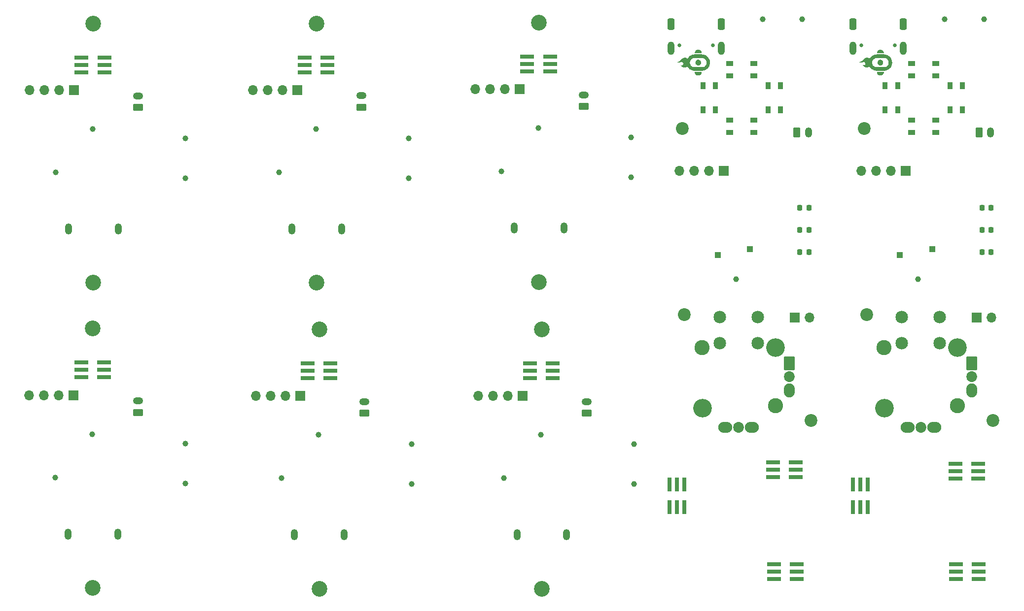
<source format=gbr>
%TF.GenerationSoftware,KiCad,Pcbnew,8.0.5*%
%TF.CreationDate,2025-01-24T10:40:51+05:30*%
%TF.ProjectId,racer_panelizatio_version2_,72616365-725f-4706-916e-656c697a6174,rev?*%
%TF.SameCoordinates,Original*%
%TF.FileFunction,Soldermask,Bot*%
%TF.FilePolarity,Negative*%
%FSLAX46Y46*%
G04 Gerber Fmt 4.6, Leading zero omitted, Abs format (unit mm)*
G04 Created by KiCad (PCBNEW 8.0.5) date 2025-01-24 10:40:51*
%MOMM*%
%LPD*%
G01*
G04 APERTURE LIST*
G04 Aperture macros list*
%AMRoundRect*
0 Rectangle with rounded corners*
0 $1 Rounding radius*
0 $2 $3 $4 $5 $6 $7 $8 $9 X,Y pos of 4 corners*
0 Add a 4 corners polygon primitive as box body*
4,1,4,$2,$3,$4,$5,$6,$7,$8,$9,$2,$3,0*
0 Add four circle primitives for the rounded corners*
1,1,$1+$1,$2,$3*
1,1,$1+$1,$4,$5*
1,1,$1+$1,$6,$7*
1,1,$1+$1,$8,$9*
0 Add four rect primitives between the rounded corners*
20,1,$1+$1,$2,$3,$4,$5,0*
20,1,$1+$1,$4,$5,$6,$7,0*
20,1,$1+$1,$6,$7,$8,$9,0*
20,1,$1+$1,$8,$9,$2,$3,0*%
G04 Aperture macros list end*
%ADD10C,0.000000*%
%ADD11C,0.650000*%
%ADD12O,1.204000X2.304000*%
%ADD13RoundRect,0.301000X0.301000X0.701000X-0.301000X0.701000X-0.301000X-0.701000X0.301000X-0.701000X0*%
%ADD14C,2.700000*%
%ADD15R,1.700000X1.700000*%
%ADD16O,1.700000X1.700000*%
%ADD17C,2.200000*%
%ADD18RoundRect,0.250000X-0.350000X-0.625000X0.350000X-0.625000X0.350000X0.625000X-0.350000X0.625000X0*%
%ADD19O,1.200000X1.750000*%
%ADD20C,1.000000*%
%ADD21O,1.204000X1.904000*%
%ADD22RoundRect,0.250000X0.625000X-0.350000X0.625000X0.350000X-0.625000X0.350000X-0.625000X-0.350000X0*%
%ADD23O,1.750000X1.200000*%
%ADD24RoundRect,0.102000X-0.325000X0.525000X-0.325000X-0.525000X0.325000X-0.525000X0.325000X0.525000X0*%
%ADD25R,1.000000X1.000000*%
%ADD26R,2.400000X0.740000*%
%ADD27RoundRect,0.225000X-0.225000X-0.250000X0.225000X-0.250000X0.225000X0.250000X-0.225000X0.250000X0*%
%ADD28RoundRect,0.102000X-0.525000X-0.325000X0.525000X-0.325000X0.525000X0.325000X-0.525000X0.325000X0*%
%ADD29R,0.740000X2.400000*%
%ADD30O,3.204000X3.204000*%
%ADD31C,2.154000*%
%ADD32C,2.604000*%
%ADD33RoundRect,0.102000X-0.825000X-1.100000X0.825000X-1.100000X0.825000X1.100000X-0.825000X1.100000X0*%
%ADD34C,1.854000*%
%ADD35O,1.854000X2.404000*%
%ADD36O,2.404000X1.854000*%
%ADD37RoundRect,0.102000X0.325000X-0.525000X0.325000X0.525000X-0.325000X0.525000X-0.325000X-0.525000X0*%
G04 APERTURE END LIST*
D10*
%TO.C,G\u002A\u002A\u002A*%
G36*
X149975487Y-49403482D02*
G01*
X149973401Y-49439813D01*
X149961092Y-49507303D01*
X149938992Y-49577100D01*
X149908544Y-49645012D01*
X149871187Y-49706851D01*
X149834999Y-49753467D01*
X149769160Y-49819413D01*
X149695022Y-49873776D01*
X149613976Y-49915883D01*
X149527412Y-49945063D01*
X149436719Y-49960644D01*
X149343288Y-49961955D01*
X149316882Y-49959870D01*
X149251302Y-49950159D01*
X149190780Y-49933273D01*
X149128617Y-49907515D01*
X149047062Y-49861534D01*
X148973412Y-49803834D01*
X148910604Y-49736353D01*
X148859341Y-49659982D01*
X148820324Y-49575608D01*
X148794256Y-49484123D01*
X148790002Y-49460307D01*
X148785583Y-49426989D01*
X148783588Y-49399732D01*
X148782883Y-49364100D01*
X149975618Y-49364100D01*
X149975487Y-49403482D01*
G37*
G36*
X149432110Y-45491298D02*
G01*
X149519580Y-45506210D01*
X149604610Y-45533497D01*
X149684779Y-45572277D01*
X149757668Y-45621664D01*
X149820855Y-45680775D01*
X149825902Y-45686506D01*
X149854183Y-45722742D01*
X149883497Y-45765919D01*
X149910055Y-45810177D01*
X149930069Y-45849658D01*
X149940255Y-45875770D01*
X149953746Y-45919564D01*
X149964984Y-45966336D01*
X149972686Y-46010526D01*
X149975565Y-46046572D01*
X149975618Y-46085954D01*
X148782883Y-46085954D01*
X148782883Y-46055632D01*
X148782889Y-46054651D01*
X148784626Y-46031406D01*
X148788863Y-46000365D01*
X148794729Y-45967962D01*
X148796589Y-45959269D01*
X148823858Y-45869413D01*
X148863723Y-45786598D01*
X148915112Y-45711820D01*
X148976951Y-45646072D01*
X149048166Y-45590349D01*
X149127684Y-45545644D01*
X149214432Y-45512952D01*
X149307335Y-45493267D01*
X149344622Y-45489645D01*
X149432110Y-45491298D01*
G37*
G36*
X149448680Y-47239165D02*
G01*
X149518028Y-47252972D01*
X149563563Y-47269083D01*
X149636405Y-47306955D01*
X149702508Y-47356855D01*
X149760315Y-47417302D01*
X149808267Y-47486811D01*
X149844808Y-47563903D01*
X149851662Y-47582716D01*
X149858158Y-47603962D01*
X149862369Y-47625019D01*
X149864803Y-47649683D01*
X149865968Y-47681753D01*
X149866373Y-47725027D01*
X149866386Y-47757205D01*
X149865749Y-47792255D01*
X149863929Y-47818782D01*
X149860460Y-47840570D01*
X149854877Y-47861404D01*
X149846715Y-47885068D01*
X149842718Y-47895768D01*
X149812707Y-47961595D01*
X149775404Y-48018950D01*
X149727413Y-48073189D01*
X149720104Y-48080390D01*
X149665446Y-48126976D01*
X149606966Y-48163165D01*
X149539291Y-48192363D01*
X149527836Y-48196423D01*
X149505036Y-48203495D01*
X149483124Y-48208124D01*
X149458129Y-48210821D01*
X149426078Y-48212096D01*
X149383001Y-48212461D01*
X149377615Y-48212466D01*
X149334630Y-48212071D01*
X149302107Y-48210547D01*
X149275956Y-48207423D01*
X149252084Y-48202230D01*
X149226402Y-48194501D01*
X149195666Y-48183047D01*
X149126370Y-48146731D01*
X149062512Y-48098854D01*
X149005997Y-48041518D01*
X148958731Y-47976828D01*
X148922619Y-47906887D01*
X148899569Y-47833798D01*
X148896041Y-47815775D01*
X148888444Y-47731927D01*
X148894865Y-47649632D01*
X148914519Y-47570430D01*
X148946624Y-47495864D01*
X148990395Y-47427473D01*
X149045049Y-47366800D01*
X149109801Y-47315386D01*
X149183867Y-47274773D01*
X149225693Y-47259160D01*
X149297731Y-47242571D01*
X149373654Y-47235802D01*
X149448680Y-47239165D01*
G37*
G36*
X149205426Y-46319724D02*
G01*
X149328937Y-46320128D01*
X149466444Y-46320758D01*
X149503054Y-46320940D01*
X149618849Y-46321525D01*
X149721044Y-46322096D01*
X149810722Y-46322708D01*
X149888967Y-46323420D01*
X149956864Y-46324287D01*
X150015498Y-46325367D01*
X150065952Y-46326716D01*
X150109311Y-46328391D01*
X150146660Y-46330449D01*
X150179082Y-46332947D01*
X150207662Y-46335941D01*
X150233484Y-46339488D01*
X150257633Y-46343645D01*
X150281193Y-46348469D01*
X150305248Y-46354017D01*
X150330883Y-46360345D01*
X150359182Y-46367510D01*
X150423303Y-46385538D01*
X150528373Y-46423242D01*
X150635766Y-46472211D01*
X150639811Y-46474246D01*
X150764106Y-46545302D01*
X150879596Y-46628073D01*
X150985621Y-46721690D01*
X151081523Y-46825283D01*
X151166643Y-46937983D01*
X151240323Y-47058922D01*
X151301904Y-47187230D01*
X151350727Y-47322037D01*
X151386134Y-47462475D01*
X151387660Y-47470400D01*
X151397357Y-47536830D01*
X151403965Y-47612705D01*
X151407371Y-47693385D01*
X151407462Y-47774230D01*
X151404125Y-47850598D01*
X151397247Y-47917848D01*
X151380702Y-48011859D01*
X151343980Y-48151068D01*
X151293895Y-48284460D01*
X151231018Y-48411251D01*
X151155917Y-48530659D01*
X151069163Y-48641904D01*
X150971324Y-48744201D01*
X150862970Y-48836770D01*
X150744670Y-48918827D01*
X150616994Y-48989592D01*
X150552489Y-49019227D01*
X150423353Y-49066912D01*
X150288579Y-49101558D01*
X150146572Y-49123619D01*
X150144299Y-49123845D01*
X150121464Y-49125211D01*
X150085189Y-49126446D01*
X150036823Y-49127551D01*
X149977719Y-49128525D01*
X149909225Y-49129368D01*
X149832692Y-49130080D01*
X149749471Y-49130661D01*
X149709829Y-49130863D01*
X149660911Y-49131112D01*
X149568364Y-49131431D01*
X149473179Y-49131620D01*
X149376707Y-49131677D01*
X149280299Y-49131604D01*
X149185304Y-49131399D01*
X149093073Y-49131064D01*
X149004956Y-49130597D01*
X148922304Y-49129999D01*
X148846467Y-49129270D01*
X148778795Y-49128409D01*
X148720639Y-49127418D01*
X148673350Y-49126295D01*
X148638276Y-49125040D01*
X148616770Y-49123655D01*
X148608965Y-49122840D01*
X148466119Y-49100165D01*
X148327777Y-49063559D01*
X148194831Y-49013578D01*
X148068170Y-48950777D01*
X147948684Y-48875712D01*
X147837261Y-48788938D01*
X147734793Y-48691012D01*
X147642169Y-48582488D01*
X147560279Y-48463922D01*
X147547725Y-48443662D01*
X147537424Y-48427169D01*
X147532688Y-48419762D01*
X147532294Y-48419625D01*
X147523613Y-48423308D01*
X147506269Y-48433215D01*
X147483476Y-48447531D01*
X147416831Y-48485963D01*
X147333656Y-48521108D01*
X147243078Y-48546087D01*
X147142620Y-48561728D01*
X147063069Y-48565964D01*
X146958370Y-48558829D01*
X146856197Y-48537582D01*
X146757908Y-48502731D01*
X146664864Y-48454783D01*
X146578423Y-48394247D01*
X146499947Y-48321630D01*
X146480224Y-48299593D01*
X146456087Y-48270334D01*
X146432010Y-48239189D01*
X146409924Y-48208824D01*
X146391758Y-48181902D01*
X146379443Y-48161089D01*
X146374909Y-48149047D01*
X146376298Y-48147319D01*
X146386925Y-48148748D01*
X146404755Y-48156280D01*
X146453569Y-48175900D01*
X146512342Y-48188693D01*
X146571988Y-48191800D01*
X146628550Y-48185046D01*
X146678073Y-48168259D01*
X146699905Y-48155637D01*
X146739811Y-48123262D01*
X146775713Y-48082754D01*
X146803436Y-48038439D01*
X146812168Y-48018414D01*
X146817782Y-47997157D01*
X146820523Y-47970906D01*
X146821247Y-47934679D01*
X146821051Y-47909880D01*
X146819453Y-47882887D01*
X146815126Y-47861064D01*
X146806761Y-47838609D01*
X146793047Y-47809719D01*
X146770453Y-47771068D01*
X146726099Y-47718292D01*
X146679786Y-47681129D01*
X147958804Y-47681129D01*
X147960488Y-47786022D01*
X147976233Y-47891294D01*
X148005852Y-47994904D01*
X148015164Y-48019657D01*
X148061333Y-48116600D01*
X148119603Y-48205412D01*
X148189091Y-48285293D01*
X148268916Y-48355441D01*
X148358196Y-48415056D01*
X148456048Y-48463337D01*
X148561589Y-48499482D01*
X148636604Y-48519980D01*
X149337992Y-48522488D01*
X149390033Y-48522673D01*
X149509911Y-48523068D01*
X149616178Y-48523334D01*
X149709829Y-48523427D01*
X149791859Y-48523302D01*
X149863263Y-48522914D01*
X149925033Y-48522220D01*
X149978166Y-48521175D01*
X150023655Y-48519735D01*
X150062495Y-48517855D01*
X150095680Y-48515491D01*
X150124204Y-48512598D01*
X150149063Y-48509133D01*
X150171250Y-48505050D01*
X150191760Y-48500307D01*
X150211588Y-48494857D01*
X150231727Y-48488657D01*
X150253172Y-48481662D01*
X150336182Y-48449688D01*
X150424531Y-48402989D01*
X150505362Y-48344855D01*
X150581367Y-48273577D01*
X150628577Y-48219788D01*
X150690829Y-48131443D01*
X150739094Y-48037704D01*
X150773443Y-47938391D01*
X150793948Y-47833324D01*
X150800682Y-47722323D01*
X150800403Y-47702031D01*
X150790461Y-47595813D01*
X150766908Y-47494007D01*
X150730613Y-47397570D01*
X150682442Y-47307459D01*
X150623264Y-47224630D01*
X150553946Y-47150040D01*
X150475357Y-47084644D01*
X150388362Y-47029399D01*
X150293832Y-46985263D01*
X150192632Y-46953190D01*
X150085632Y-46934139D01*
X150083177Y-46933889D01*
X150059760Y-46932442D01*
X150022990Y-46931142D01*
X149974285Y-46929987D01*
X149915061Y-46928978D01*
X149846738Y-46928114D01*
X149770732Y-46927397D01*
X149688462Y-46926825D01*
X149601345Y-46926400D01*
X149510799Y-46926120D01*
X149418243Y-46925986D01*
X149325092Y-46925998D01*
X149232767Y-46926156D01*
X149142683Y-46926459D01*
X149056260Y-46926909D01*
X148974914Y-46927504D01*
X148900064Y-46928245D01*
X148833127Y-46929132D01*
X148775522Y-46930165D01*
X148728665Y-46931344D01*
X148693975Y-46932668D01*
X148672869Y-46934139D01*
X148565769Y-46953200D01*
X148462386Y-46986370D01*
X148365039Y-47033153D01*
X148274370Y-47093240D01*
X148191018Y-47166324D01*
X148153058Y-47206995D01*
X148087514Y-47293407D01*
X148034498Y-47387380D01*
X147994680Y-47487626D01*
X147968731Y-47592858D01*
X147958804Y-47681129D01*
X146679786Y-47681129D01*
X146672006Y-47674886D01*
X146610446Y-47642551D01*
X146543692Y-47622989D01*
X146501248Y-47617939D01*
X146450705Y-47620102D01*
X146398974Y-47632038D01*
X146343353Y-47654416D01*
X146281140Y-47687903D01*
X146250383Y-47705619D01*
X146204423Y-47729257D01*
X146163323Y-47745459D01*
X146122772Y-47755476D01*
X146078464Y-47760557D01*
X146026090Y-47761954D01*
X145973968Y-47760550D01*
X145930782Y-47755453D01*
X145893166Y-47745409D01*
X145856454Y-47729164D01*
X145815981Y-47705464D01*
X145779138Y-47682099D01*
X145855516Y-47646038D01*
X145856880Y-47645393D01*
X145907079Y-47620202D01*
X145956525Y-47592255D01*
X146006805Y-47560391D01*
X146059501Y-47523452D01*
X146116199Y-47480279D01*
X146178483Y-47429713D01*
X146247939Y-47370595D01*
X146326149Y-47301764D01*
X146366587Y-47265835D01*
X146432049Y-47208300D01*
X146488908Y-47159334D01*
X146538615Y-47117789D01*
X146582620Y-47082515D01*
X146622373Y-47052362D01*
X146659325Y-47026179D01*
X146694927Y-47002819D01*
X146730628Y-46981130D01*
X146755961Y-46967101D01*
X146821211Y-46936434D01*
X146890457Y-46910220D01*
X146956273Y-46891412D01*
X147001901Y-46883550D01*
X147066642Y-46878541D01*
X147134442Y-46878859D01*
X147199580Y-46884431D01*
X147256332Y-46895185D01*
X147289400Y-46905322D01*
X147343098Y-46926250D01*
X147398057Y-46952047D01*
X147448944Y-46980145D01*
X147490429Y-47007975D01*
X147529488Y-47037921D01*
X147556889Y-46992813D01*
X147571989Y-46968597D01*
X147651117Y-46858265D01*
X147742210Y-46755137D01*
X147843688Y-46660454D01*
X147953971Y-46575460D01*
X148071479Y-46501397D01*
X148194633Y-46439509D01*
X148321854Y-46391036D01*
X148347922Y-46382770D01*
X148382260Y-46372373D01*
X148415499Y-46363128D01*
X148448644Y-46354975D01*
X148482703Y-46347850D01*
X148518681Y-46341693D01*
X148557585Y-46336441D01*
X148600420Y-46332032D01*
X148648195Y-46328406D01*
X148701914Y-46325500D01*
X148762584Y-46323252D01*
X148831212Y-46321600D01*
X148908804Y-46320483D01*
X148996366Y-46319840D01*
X149094905Y-46319607D01*
X149205426Y-46319724D01*
G37*
G36*
X181252987Y-49403482D02*
G01*
X181250901Y-49439813D01*
X181238592Y-49507303D01*
X181216492Y-49577100D01*
X181186044Y-49645012D01*
X181148687Y-49706851D01*
X181112499Y-49753467D01*
X181046660Y-49819413D01*
X180972522Y-49873776D01*
X180891476Y-49915883D01*
X180804912Y-49945063D01*
X180714219Y-49960644D01*
X180620788Y-49961955D01*
X180594382Y-49959870D01*
X180528802Y-49950159D01*
X180468280Y-49933273D01*
X180406117Y-49907515D01*
X180324562Y-49861534D01*
X180250912Y-49803834D01*
X180188104Y-49736353D01*
X180136841Y-49659982D01*
X180097824Y-49575608D01*
X180071756Y-49484123D01*
X180067502Y-49460307D01*
X180063083Y-49426989D01*
X180061088Y-49399732D01*
X180060383Y-49364100D01*
X181253118Y-49364100D01*
X181252987Y-49403482D01*
G37*
G36*
X180709610Y-45491298D02*
G01*
X180797080Y-45506210D01*
X180882110Y-45533497D01*
X180962279Y-45572277D01*
X181035168Y-45621664D01*
X181098355Y-45680775D01*
X181103402Y-45686506D01*
X181131683Y-45722742D01*
X181160997Y-45765919D01*
X181187555Y-45810177D01*
X181207569Y-45849658D01*
X181217755Y-45875770D01*
X181231246Y-45919564D01*
X181242484Y-45966336D01*
X181250186Y-46010526D01*
X181253065Y-46046572D01*
X181253118Y-46085954D01*
X180060383Y-46085954D01*
X180060383Y-46055632D01*
X180060389Y-46054651D01*
X180062126Y-46031406D01*
X180066363Y-46000365D01*
X180072229Y-45967962D01*
X180074089Y-45959269D01*
X180101358Y-45869413D01*
X180141223Y-45786598D01*
X180192612Y-45711820D01*
X180254451Y-45646072D01*
X180325666Y-45590349D01*
X180405184Y-45545644D01*
X180491932Y-45512952D01*
X180584835Y-45493267D01*
X180622122Y-45489645D01*
X180709610Y-45491298D01*
G37*
G36*
X180726180Y-47239165D02*
G01*
X180795528Y-47252972D01*
X180841063Y-47269083D01*
X180913905Y-47306955D01*
X180980008Y-47356855D01*
X181037815Y-47417302D01*
X181085767Y-47486811D01*
X181122308Y-47563903D01*
X181129162Y-47582716D01*
X181135658Y-47603962D01*
X181139869Y-47625019D01*
X181142303Y-47649683D01*
X181143468Y-47681753D01*
X181143873Y-47725027D01*
X181143886Y-47757205D01*
X181143249Y-47792255D01*
X181141429Y-47818782D01*
X181137960Y-47840570D01*
X181132377Y-47861404D01*
X181124215Y-47885068D01*
X181120218Y-47895768D01*
X181090207Y-47961595D01*
X181052904Y-48018950D01*
X181004913Y-48073189D01*
X180997604Y-48080390D01*
X180942946Y-48126976D01*
X180884466Y-48163165D01*
X180816791Y-48192363D01*
X180805336Y-48196423D01*
X180782536Y-48203495D01*
X180760624Y-48208124D01*
X180735629Y-48210821D01*
X180703578Y-48212096D01*
X180660501Y-48212461D01*
X180655115Y-48212466D01*
X180612130Y-48212071D01*
X180579607Y-48210547D01*
X180553456Y-48207423D01*
X180529584Y-48202230D01*
X180503902Y-48194501D01*
X180473166Y-48183047D01*
X180403870Y-48146731D01*
X180340012Y-48098854D01*
X180283497Y-48041518D01*
X180236231Y-47976828D01*
X180200119Y-47906887D01*
X180177069Y-47833798D01*
X180173541Y-47815775D01*
X180165944Y-47731927D01*
X180172365Y-47649632D01*
X180192019Y-47570430D01*
X180224124Y-47495864D01*
X180267895Y-47427473D01*
X180322549Y-47366800D01*
X180387301Y-47315386D01*
X180461367Y-47274773D01*
X180503193Y-47259160D01*
X180575231Y-47242571D01*
X180651154Y-47235802D01*
X180726180Y-47239165D01*
G37*
G36*
X180482926Y-46319724D02*
G01*
X180606437Y-46320128D01*
X180743944Y-46320758D01*
X180780554Y-46320940D01*
X180896349Y-46321525D01*
X180998544Y-46322096D01*
X181088222Y-46322708D01*
X181166467Y-46323420D01*
X181234364Y-46324287D01*
X181292998Y-46325367D01*
X181343452Y-46326716D01*
X181386811Y-46328391D01*
X181424160Y-46330449D01*
X181456582Y-46332947D01*
X181485162Y-46335941D01*
X181510984Y-46339488D01*
X181535133Y-46343645D01*
X181558693Y-46348469D01*
X181582748Y-46354017D01*
X181608383Y-46360345D01*
X181636682Y-46367510D01*
X181700803Y-46385538D01*
X181805873Y-46423242D01*
X181913266Y-46472211D01*
X181917311Y-46474246D01*
X182041606Y-46545302D01*
X182157096Y-46628073D01*
X182263121Y-46721690D01*
X182359023Y-46825283D01*
X182444143Y-46937983D01*
X182517823Y-47058922D01*
X182579404Y-47187230D01*
X182628227Y-47322037D01*
X182663634Y-47462475D01*
X182665160Y-47470400D01*
X182674857Y-47536830D01*
X182681465Y-47612705D01*
X182684871Y-47693385D01*
X182684962Y-47774230D01*
X182681625Y-47850598D01*
X182674747Y-47917848D01*
X182658202Y-48011859D01*
X182621480Y-48151068D01*
X182571395Y-48284460D01*
X182508518Y-48411251D01*
X182433417Y-48530659D01*
X182346663Y-48641904D01*
X182248824Y-48744201D01*
X182140470Y-48836770D01*
X182022170Y-48918827D01*
X181894494Y-48989592D01*
X181829989Y-49019227D01*
X181700853Y-49066912D01*
X181566079Y-49101558D01*
X181424072Y-49123619D01*
X181421799Y-49123845D01*
X181398964Y-49125211D01*
X181362689Y-49126446D01*
X181314323Y-49127551D01*
X181255219Y-49128525D01*
X181186725Y-49129368D01*
X181110192Y-49130080D01*
X181026971Y-49130661D01*
X180987329Y-49130863D01*
X180938411Y-49131112D01*
X180845864Y-49131431D01*
X180750679Y-49131620D01*
X180654207Y-49131677D01*
X180557799Y-49131604D01*
X180462804Y-49131399D01*
X180370573Y-49131064D01*
X180282456Y-49130597D01*
X180199804Y-49129999D01*
X180123967Y-49129270D01*
X180056295Y-49128409D01*
X179998139Y-49127418D01*
X179950850Y-49126295D01*
X179915776Y-49125040D01*
X179894270Y-49123655D01*
X179886465Y-49122840D01*
X179743619Y-49100165D01*
X179605277Y-49063559D01*
X179472331Y-49013578D01*
X179345670Y-48950777D01*
X179226184Y-48875712D01*
X179114761Y-48788938D01*
X179012293Y-48691012D01*
X178919669Y-48582488D01*
X178837779Y-48463922D01*
X178825225Y-48443662D01*
X178814924Y-48427169D01*
X178810188Y-48419762D01*
X178809794Y-48419625D01*
X178801113Y-48423308D01*
X178783769Y-48433215D01*
X178760976Y-48447531D01*
X178694331Y-48485963D01*
X178611156Y-48521108D01*
X178520578Y-48546087D01*
X178420120Y-48561728D01*
X178340569Y-48565964D01*
X178235870Y-48558829D01*
X178133697Y-48537582D01*
X178035408Y-48502731D01*
X177942364Y-48454783D01*
X177855923Y-48394247D01*
X177777447Y-48321630D01*
X177757724Y-48299593D01*
X177733587Y-48270334D01*
X177709510Y-48239189D01*
X177687424Y-48208824D01*
X177669258Y-48181902D01*
X177656943Y-48161089D01*
X177652409Y-48149047D01*
X177653798Y-48147319D01*
X177664425Y-48148748D01*
X177682255Y-48156280D01*
X177731069Y-48175900D01*
X177789842Y-48188693D01*
X177849488Y-48191800D01*
X177906050Y-48185046D01*
X177955573Y-48168259D01*
X177977405Y-48155637D01*
X178017311Y-48123262D01*
X178053213Y-48082754D01*
X178080936Y-48038439D01*
X178089668Y-48018414D01*
X178095282Y-47997157D01*
X178098023Y-47970906D01*
X178098747Y-47934679D01*
X178098551Y-47909880D01*
X178096953Y-47882887D01*
X178092626Y-47861064D01*
X178084261Y-47838609D01*
X178070547Y-47809719D01*
X178047953Y-47771068D01*
X178003599Y-47718292D01*
X177957286Y-47681129D01*
X179236304Y-47681129D01*
X179237988Y-47786022D01*
X179253733Y-47891294D01*
X179283352Y-47994904D01*
X179292664Y-48019657D01*
X179338833Y-48116600D01*
X179397103Y-48205412D01*
X179466591Y-48285293D01*
X179546416Y-48355441D01*
X179635696Y-48415056D01*
X179733548Y-48463337D01*
X179839089Y-48499482D01*
X179914104Y-48519980D01*
X180615492Y-48522488D01*
X180667533Y-48522673D01*
X180787411Y-48523068D01*
X180893678Y-48523334D01*
X180987329Y-48523427D01*
X181069359Y-48523302D01*
X181140763Y-48522914D01*
X181202533Y-48522220D01*
X181255666Y-48521175D01*
X181301155Y-48519735D01*
X181339995Y-48517855D01*
X181373180Y-48515491D01*
X181401704Y-48512598D01*
X181426563Y-48509133D01*
X181448750Y-48505050D01*
X181469260Y-48500307D01*
X181489088Y-48494857D01*
X181509227Y-48488657D01*
X181530672Y-48481662D01*
X181613682Y-48449688D01*
X181702031Y-48402989D01*
X181782862Y-48344855D01*
X181858867Y-48273577D01*
X181906077Y-48219788D01*
X181968329Y-48131443D01*
X182016594Y-48037704D01*
X182050943Y-47938391D01*
X182071448Y-47833324D01*
X182078182Y-47722323D01*
X182077903Y-47702031D01*
X182067961Y-47595813D01*
X182044408Y-47494007D01*
X182008113Y-47397570D01*
X181959942Y-47307459D01*
X181900764Y-47224630D01*
X181831446Y-47150040D01*
X181752857Y-47084644D01*
X181665862Y-47029399D01*
X181571332Y-46985263D01*
X181470132Y-46953190D01*
X181363132Y-46934139D01*
X181360677Y-46933889D01*
X181337260Y-46932442D01*
X181300490Y-46931142D01*
X181251785Y-46929987D01*
X181192561Y-46928978D01*
X181124238Y-46928114D01*
X181048232Y-46927397D01*
X180965962Y-46926825D01*
X180878845Y-46926400D01*
X180788299Y-46926120D01*
X180695743Y-46925986D01*
X180602592Y-46925998D01*
X180510267Y-46926156D01*
X180420183Y-46926459D01*
X180333760Y-46926909D01*
X180252414Y-46927504D01*
X180177564Y-46928245D01*
X180110627Y-46929132D01*
X180053022Y-46930165D01*
X180006165Y-46931344D01*
X179971475Y-46932668D01*
X179950369Y-46934139D01*
X179843269Y-46953200D01*
X179739886Y-46986370D01*
X179642539Y-47033153D01*
X179551870Y-47093240D01*
X179468518Y-47166324D01*
X179430558Y-47206995D01*
X179365014Y-47293407D01*
X179311998Y-47387380D01*
X179272180Y-47487626D01*
X179246231Y-47592858D01*
X179236304Y-47681129D01*
X177957286Y-47681129D01*
X177949506Y-47674886D01*
X177887946Y-47642551D01*
X177821192Y-47622989D01*
X177778748Y-47617939D01*
X177728205Y-47620102D01*
X177676474Y-47632038D01*
X177620853Y-47654416D01*
X177558640Y-47687903D01*
X177527883Y-47705619D01*
X177481923Y-47729257D01*
X177440823Y-47745459D01*
X177400272Y-47755476D01*
X177355964Y-47760557D01*
X177303590Y-47761954D01*
X177251468Y-47760550D01*
X177208282Y-47755453D01*
X177170666Y-47745409D01*
X177133954Y-47729164D01*
X177093481Y-47705464D01*
X177056638Y-47682099D01*
X177133016Y-47646038D01*
X177134380Y-47645393D01*
X177184579Y-47620202D01*
X177234025Y-47592255D01*
X177284305Y-47560391D01*
X177337001Y-47523452D01*
X177393699Y-47480279D01*
X177455983Y-47429713D01*
X177525439Y-47370595D01*
X177603649Y-47301764D01*
X177644087Y-47265835D01*
X177709549Y-47208300D01*
X177766408Y-47159334D01*
X177816115Y-47117789D01*
X177860120Y-47082515D01*
X177899873Y-47052362D01*
X177936825Y-47026179D01*
X177972427Y-47002819D01*
X178008128Y-46981130D01*
X178033461Y-46967101D01*
X178098711Y-46936434D01*
X178167957Y-46910220D01*
X178233773Y-46891412D01*
X178279401Y-46883550D01*
X178344142Y-46878541D01*
X178411942Y-46878859D01*
X178477080Y-46884431D01*
X178533832Y-46895185D01*
X178566900Y-46905322D01*
X178620598Y-46926250D01*
X178675557Y-46952047D01*
X178726444Y-46980145D01*
X178767929Y-47007975D01*
X178806988Y-47037921D01*
X178834389Y-46992813D01*
X178849489Y-46968597D01*
X178928617Y-46858265D01*
X179019710Y-46755137D01*
X179121188Y-46660454D01*
X179231471Y-46575460D01*
X179348979Y-46501397D01*
X179472133Y-46439509D01*
X179599354Y-46391036D01*
X179625422Y-46382770D01*
X179659760Y-46372373D01*
X179692999Y-46363128D01*
X179726144Y-46354975D01*
X179760203Y-46347850D01*
X179796181Y-46341693D01*
X179835085Y-46336441D01*
X179877920Y-46332032D01*
X179925695Y-46328406D01*
X179979414Y-46325500D01*
X180040084Y-46323252D01*
X180108712Y-46321600D01*
X180186304Y-46320483D01*
X180273866Y-46319840D01*
X180372405Y-46319607D01*
X180482926Y-46319724D01*
G37*
%TD*%
D11*
%TO.C,P1*%
X183167500Y-44791500D03*
X177387500Y-44791500D03*
D12*
X184597500Y-45291500D03*
X175957500Y-45291500D03*
D13*
X184597500Y-41111500D03*
X175957500Y-41111500D03*
%TD*%
D14*
%TO.C,REF\u002A\u002A2*%
X122491914Y-93589600D03*
%TD*%
D15*
%TO.C,J11*%
X153747500Y-66344000D03*
D16*
X151207500Y-66344000D03*
X148667500Y-66344000D03*
X146127500Y-66344000D03*
%TD*%
D15*
%TO.C,J9*%
X197214000Y-91617000D03*
D16*
X199754000Y-91617000D03*
%TD*%
D14*
%TO.C,REF\u002A\u002A1*%
X83811200Y-85598600D03*
%TD*%
D15*
%TO.C,J21*%
X80999114Y-105045000D03*
D16*
X78459114Y-105045000D03*
X75919114Y-105045000D03*
X73379114Y-105045000D03*
%TD*%
D17*
%TO.C,REF\u002A\u002A*%
X168735500Y-109270000D03*
%TD*%
D18*
%TO.C,J12*%
X197600000Y-59774000D03*
D19*
X199600000Y-59774000D03*
%TD*%
D17*
%TO.C,REF\u002A\u002A*%
X147018500Y-91109000D03*
%TD*%
D14*
%TO.C,REF\u002A\u002A2*%
X83811200Y-40996200D03*
%TD*%
%TO.C,REF\u002A\u002A1*%
X122491914Y-138192000D03*
%TD*%
D15*
%TO.C,J11*%
X185025000Y-66344000D03*
D16*
X182485000Y-66344000D03*
X179945000Y-66344000D03*
X177405000Y-66344000D03*
%TD*%
D20*
%TO.C,S7*%
X138341514Y-120179800D03*
X138341514Y-113379800D03*
%TD*%
%TO.C,S1*%
X167222500Y-40274000D03*
X160422500Y-40274000D03*
%TD*%
D21*
%TO.C,P2*%
X79566600Y-76364200D03*
X88106600Y-76364200D03*
%TD*%
D14*
%TO.C,REF\u002A\u002A1*%
X122002000Y-85447000D03*
%TD*%
D15*
%TO.C,J21*%
X118700000Y-52300000D03*
D16*
X116160000Y-52300000D03*
X113620000Y-52300000D03*
X111080000Y-52300000D03*
%TD*%
D14*
%TO.C,REF\u002A\u002A2*%
X45429800Y-93484200D03*
%TD*%
D20*
%TO.C,S7*%
X61310000Y-67598400D03*
X61310000Y-60798400D03*
%TD*%
D14*
%TO.C,REF\u002A\u002A2*%
X122002000Y-40844600D03*
%TD*%
D20*
%TO.C,S7*%
X99660800Y-67586400D03*
X99660800Y-60786400D03*
%TD*%
%TO.C,S7*%
X137851600Y-67434800D03*
X137851600Y-60634800D03*
%TD*%
D17*
%TO.C,REF\u002A\u002A*%
X200013000Y-109270000D03*
%TD*%
%TO.C,REF\u002A\u002A*%
X146637500Y-59105000D03*
%TD*%
D11*
%TO.C,P1*%
X151890000Y-44791500D03*
X146110000Y-44791500D03*
D12*
X153320000Y-45291500D03*
X144680000Y-45291500D03*
D13*
X153320000Y-41111500D03*
X144680000Y-41111500D03*
%TD*%
D15*
%TO.C,J21*%
X42127800Y-104939600D03*
D16*
X39587800Y-104939600D03*
X37047800Y-104939600D03*
X34507800Y-104939600D03*
%TD*%
D15*
%TO.C,J21*%
X80509200Y-52451600D03*
D16*
X77969200Y-52451600D03*
X75429200Y-52451600D03*
X72889200Y-52451600D03*
%TD*%
D21*
%TO.C,P2*%
X41185200Y-128852200D03*
X49725200Y-128852200D03*
%TD*%
D20*
%TO.C,S7*%
X61279400Y-120074400D03*
X61279400Y-113274400D03*
%TD*%
D22*
%TO.C,J22*%
X129732400Y-55281200D03*
D23*
X129732400Y-53281200D03*
%TD*%
D22*
%TO.C,J22*%
X92031514Y-108026200D03*
D23*
X92031514Y-106026200D03*
%TD*%
D22*
%TO.C,J22*%
X53160200Y-107920800D03*
D23*
X53160200Y-105920800D03*
%TD*%
D17*
%TO.C,REF\u002A\u002A*%
X178296000Y-91109000D03*
%TD*%
D14*
%TO.C,REF\u002A\u002A1*%
X45429800Y-138086600D03*
%TD*%
D17*
%TO.C,REF\u002A\u002A*%
X177915000Y-59105000D03*
%TD*%
D21*
%TO.C,P2*%
X118247314Y-128957600D03*
X126787314Y-128957600D03*
%TD*%
D14*
%TO.C,REF\u002A\u002A1*%
X84301114Y-138192000D03*
%TD*%
%TO.C,REF\u002A\u002A1*%
X45460400Y-85610600D03*
%TD*%
D20*
%TO.C,S1*%
X198500000Y-40274000D03*
X191700000Y-40274000D03*
%TD*%
D14*
%TO.C,REF\u002A\u002A2*%
X45460400Y-41008200D03*
%TD*%
D20*
%TO.C,S7*%
X100150714Y-120179800D03*
X100150714Y-113379800D03*
%TD*%
D14*
%TO.C,REF\u002A\u002A2*%
X84301114Y-93589600D03*
%TD*%
D22*
%TO.C,J22*%
X53190800Y-55444800D03*
D23*
X53190800Y-53444800D03*
%TD*%
D15*
%TO.C,J21*%
X119189914Y-105045000D03*
D16*
X116649914Y-105045000D03*
X114109914Y-105045000D03*
X111569914Y-105045000D03*
%TD*%
D22*
%TO.C,J22*%
X130222314Y-108026200D03*
D23*
X130222314Y-106026200D03*
%TD*%
D22*
%TO.C,J22*%
X91541600Y-55432800D03*
D23*
X91541600Y-53432800D03*
%TD*%
D15*
%TO.C,J9*%
X165936500Y-91617000D03*
D16*
X168476500Y-91617000D03*
%TD*%
D21*
%TO.C,P2*%
X41215800Y-76376200D03*
X49755800Y-76376200D03*
%TD*%
D18*
%TO.C,J12*%
X166322500Y-59774000D03*
D19*
X168322500Y-59774000D03*
%TD*%
D15*
%TO.C,J21*%
X42158400Y-52463600D03*
D16*
X39618400Y-52463600D03*
X37078400Y-52463600D03*
X34538400Y-52463600D03*
%TD*%
D21*
%TO.C,P2*%
X117757400Y-76212600D03*
X126297400Y-76212600D03*
%TD*%
%TO.C,P2*%
X80056514Y-128957600D03*
X88596514Y-128957600D03*
%TD*%
D24*
%TO.C,S6*%
X192621600Y-51729200D03*
X192621600Y-55879200D03*
X194771600Y-51729200D03*
X194771600Y-55879200D03*
%TD*%
D25*
%TO.C,TP2*%
X184011000Y-80847400D03*
%TD*%
D20*
%TO.C,TP7*%
X45358800Y-59169200D03*
%TD*%
D26*
%TO.C,J1*%
X162226500Y-118994000D03*
X166126500Y-118994000D03*
X162226500Y-117724000D03*
X166126500Y-117724000D03*
X162226500Y-116454000D03*
X166126500Y-116454000D03*
%TD*%
D25*
%TO.C,TP1*%
X158270700Y-79806000D03*
%TD*%
D27*
%TO.C,D3*%
X198095000Y-72694000D03*
X199645000Y-72694000D03*
%TD*%
D20*
%TO.C,TP7*%
X84199514Y-111750600D03*
%TD*%
D26*
%TO.C,J1*%
X193626800Y-136529000D03*
X197526800Y-136529000D03*
X193626800Y-135259000D03*
X197526800Y-135259000D03*
X193626800Y-133989000D03*
X197526800Y-133989000D03*
%TD*%
%TO.C,J20*%
X86219914Y-99431600D03*
X82319914Y-99431600D03*
X86219914Y-100701600D03*
X82319914Y-100701600D03*
X86219914Y-101971600D03*
X82319914Y-101971600D03*
%TD*%
%TO.C,J20*%
X47379200Y-46850200D03*
X43479200Y-46850200D03*
X47379200Y-48120200D03*
X43479200Y-48120200D03*
X47379200Y-49390200D03*
X43479200Y-49390200D03*
%TD*%
D20*
%TO.C,TP4*%
X77849514Y-119167400D03*
%TD*%
D28*
%TO.C,S2*%
X186033200Y-59748200D03*
X190183200Y-59748200D03*
X186033200Y-57598200D03*
X190183200Y-57598200D03*
%TD*%
D29*
%TO.C,J1*%
X146967800Y-124144000D03*
X146967800Y-120244000D03*
X145697800Y-124144000D03*
X145697800Y-120244000D03*
X144427800Y-124144000D03*
X144427800Y-120244000D03*
%TD*%
D20*
%TO.C,TP3*%
X155883100Y-84962200D03*
%TD*%
D27*
%TO.C,D2*%
X166817500Y-76504000D03*
X168367500Y-76504000D03*
%TD*%
D26*
%TO.C,J20*%
X85730000Y-46838200D03*
X81830000Y-46838200D03*
X85730000Y-48108200D03*
X81830000Y-48108200D03*
X85730000Y-49378200D03*
X81830000Y-49378200D03*
%TD*%
D27*
%TO.C,D1*%
X166817500Y-80314000D03*
X168367500Y-80314000D03*
%TD*%
D20*
%TO.C,TP4*%
X39008800Y-66586000D03*
%TD*%
D28*
%TO.C,S3*%
X154747900Y-50045400D03*
X158897900Y-50045400D03*
X154747900Y-47895400D03*
X158897900Y-47895400D03*
%TD*%
D26*
%TO.C,J20*%
X124410714Y-99431600D03*
X120510714Y-99431600D03*
X124410714Y-100701600D03*
X120510714Y-100701600D03*
X124410714Y-101971600D03*
X120510714Y-101971600D03*
%TD*%
%TO.C,J20*%
X47348600Y-99326200D03*
X43448600Y-99326200D03*
X47348600Y-100596200D03*
X43448600Y-100596200D03*
X47348600Y-101866200D03*
X43448600Y-101866200D03*
%TD*%
D29*
%TO.C,J1*%
X178494000Y-124177500D03*
X178494000Y-120277500D03*
X177224000Y-124177500D03*
X177224000Y-120277500D03*
X175954000Y-124177500D03*
X175954000Y-120277500D03*
%TD*%
D24*
%TO.C,S6*%
X161344100Y-51729200D03*
X161344100Y-55879200D03*
X163494100Y-51729200D03*
X163494100Y-55879200D03*
%TD*%
D20*
%TO.C,TP4*%
X77359600Y-66574000D03*
%TD*%
D30*
%TO.C,U1*%
X181400000Y-107174000D03*
X193925000Y-96774000D03*
D31*
X184350000Y-96024000D03*
X190850000Y-96024000D03*
X184350000Y-91524000D03*
X190850000Y-91524000D03*
D32*
X193925000Y-106774000D03*
X181275000Y-96774000D03*
D33*
X196330000Y-99474000D03*
D34*
X196330000Y-101774000D03*
D35*
X196330000Y-104074000D03*
D36*
X189900000Y-110504000D03*
D34*
X187600000Y-110504000D03*
D36*
X185300000Y-110504000D03*
%TD*%
D25*
%TO.C,TP1*%
X189548200Y-79806000D03*
%TD*%
D20*
%TO.C,TP4*%
X38978200Y-119062000D03*
%TD*%
D37*
%TO.C,S5*%
X152335300Y-55887500D03*
X152335300Y-51737500D03*
X150185300Y-55887500D03*
X150185300Y-51737500D03*
%TD*%
D27*
%TO.C,D2*%
X198095000Y-76504000D03*
X199645000Y-76504000D03*
%TD*%
D30*
%TO.C,U1*%
X150122500Y-107174000D03*
X162647500Y-96774000D03*
D31*
X153072500Y-96024000D03*
X159572500Y-96024000D03*
X153072500Y-91524000D03*
X159572500Y-91524000D03*
D32*
X162647500Y-106774000D03*
X149997500Y-96774000D03*
D33*
X165052500Y-99474000D03*
D34*
X165052500Y-101774000D03*
D35*
X165052500Y-104074000D03*
D36*
X158622500Y-110504000D03*
D34*
X156322500Y-110504000D03*
D36*
X154022500Y-110504000D03*
%TD*%
D37*
%TO.C,S5*%
X183612800Y-55887500D03*
X183612800Y-51737500D03*
X181462800Y-55887500D03*
X181462800Y-51737500D03*
%TD*%
D25*
%TO.C,TP2*%
X152733500Y-80847400D03*
%TD*%
D27*
%TO.C,D3*%
X166817500Y-72694000D03*
X168367500Y-72694000D03*
%TD*%
D26*
%TO.C,J20*%
X123920800Y-46686600D03*
X120020800Y-46686600D03*
X123920800Y-47956600D03*
X120020800Y-47956600D03*
X123920800Y-49226600D03*
X120020800Y-49226600D03*
%TD*%
%TO.C,J1*%
X193526800Y-119229000D03*
X197426800Y-119229000D03*
X193526800Y-117959000D03*
X197426800Y-117959000D03*
X193526800Y-116689000D03*
X197426800Y-116689000D03*
%TD*%
D20*
%TO.C,TP7*%
X83709600Y-59157200D03*
%TD*%
%TO.C,TP7*%
X122390314Y-111750600D03*
%TD*%
%TO.C,TP7*%
X121900400Y-59005600D03*
%TD*%
%TO.C,TP7*%
X45328200Y-111645200D03*
%TD*%
D28*
%TO.C,S2*%
X154755700Y-59748200D03*
X158905700Y-59748200D03*
X154755700Y-57598200D03*
X158905700Y-57598200D03*
%TD*%
D20*
%TO.C,TP4*%
X116040314Y-119167400D03*
%TD*%
%TO.C,TP3*%
X187160600Y-84962200D03*
%TD*%
D28*
%TO.C,S3*%
X186025400Y-50045400D03*
X190175400Y-50045400D03*
X186025400Y-47895400D03*
X190175400Y-47895400D03*
%TD*%
D26*
%TO.C,J1*%
X162355800Y-136529000D03*
X166255800Y-136529000D03*
X162355800Y-135259000D03*
X166255800Y-135259000D03*
X162355800Y-133989000D03*
X166255800Y-133989000D03*
%TD*%
D20*
%TO.C,TP4*%
X115550400Y-66422400D03*
%TD*%
D27*
%TO.C,D1*%
X198095000Y-80314000D03*
X199645000Y-80314000D03*
%TD*%
M02*

</source>
